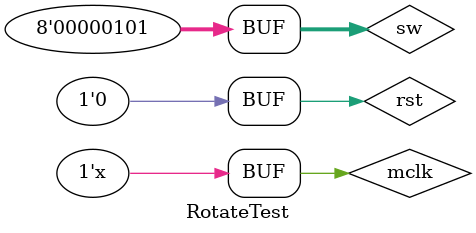
<source format=v>
`timescale 1ns / 1ps

module RotateTest(  );
    reg mclk, shift, rst;
    reg [7:0] sw;
    wire [7:0] led;
    
    reg [1:0] clksw;
    
    rotateLED UUT(.mclk(mclk), .shift(shift), .rst(rst), .sw(sw), .led(led));

    initial begin 
        clksw = 0;
        mclk = 1;
        shift = 0;
        rst = 1;
        sw = 5;
        #100;
        rst = 0;
    end 
    
    always #10 mclk = ~mclk;
    
    always @(posedge mclk)begin
        #10;
        shift = clksw[1];
        clksw = clksw + 1;
    end 
endmodule
</source>
